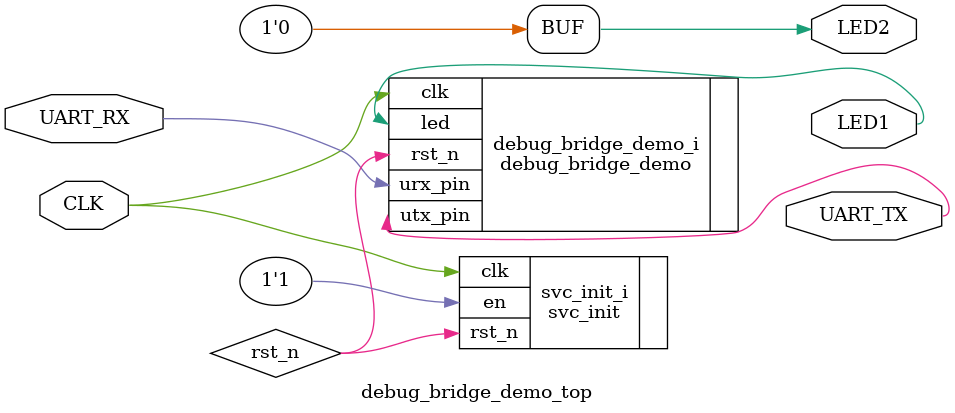
<source format=sv>
`include "svc.sv"
`include "svc_init.sv"

`include "debug_bridge_demo.sv"

module debug_bridge_demo_top (
    input logic CLK,

    input  logic UART_RX,
    output logic UART_TX,

    output logic LED1,
    output logic LED2
);
  localparam CLOCK_FREQ = 100_000_000;
  localparam BAUD_RATE = 115_200;

  logic rst_n;

  svc_init svc_init_i (
      .clk  (CLK),
      .en   (1'b1),
      .rst_n(rst_n)
  );

  debug_bridge_demo #(
      .CLOCK_FREQ(CLOCK_FREQ),
      .BAUD_RATE (BAUD_RATE)
  ) debug_bridge_demo_i (
      .clk  (CLK),
      .rst_n(rst_n),

      .urx_pin(UART_RX),
      .utx_pin(UART_TX),

      .led(LED1)
  );

  assign LED2 = 1'b0;

endmodule

</source>
